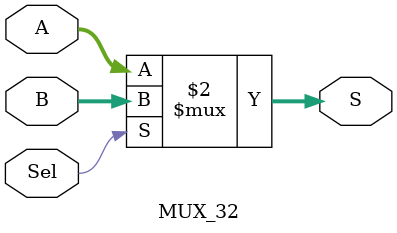
<source format=v>
module MUX_32(A, B, Sel, S);
input [31:0] A, B;
input Sel;
output [31:0] S;

assign S = (Sel == 1'b0) ? A : B;

endmodule
</source>
